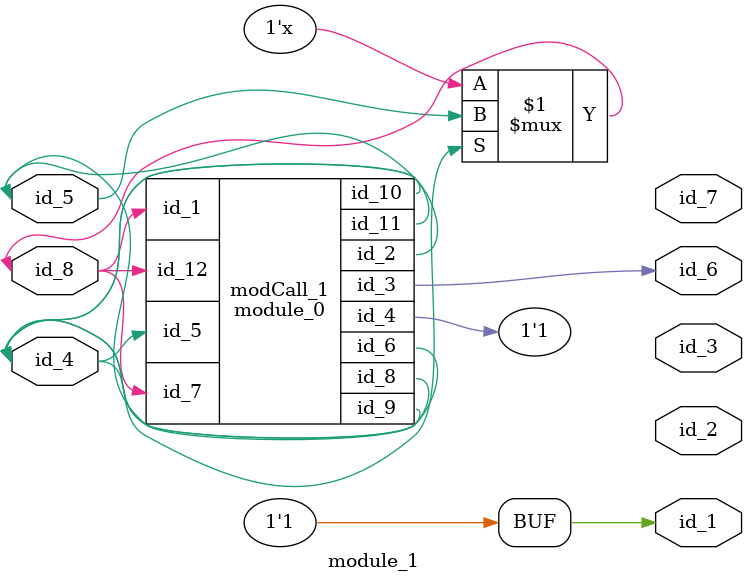
<source format=v>
module module_0 (
    id_1,
    id_2,
    id_3,
    id_4,
    id_5,
    id_6,
    id_7,
    id_8,
    id_9,
    id_10,
    id_11,
    id_12
);
  input wire id_12;
  inout wire id_11;
  inout wire id_10;
  output wire id_9;
  inout wire id_8;
  input wire id_7;
  inout wire id_6;
  input wire id_5;
  output wire id_4;
  output wire id_3;
  inout wire id_2;
  input wire id_1;
endmodule
module module_1 (
    id_1,
    id_2,
    id_3,
    id_4,
    id_5,
    id_6,
    id_7,
    id_8
);
  inout wire id_8;
  output wire id_7;
  output wire id_6;
  inout wire id_5;
  inout wire id_4;
  output wire id_3;
  output wire id_2;
  output wire id_1;
  assign id_1 = -1;
  bufif1 primCall (id_8, id_5, id_4);
  module_0 modCall_1 (
      id_8,
      id_5,
      id_6,
      id_1,
      id_4,
      id_5,
      id_8,
      id_4,
      id_4,
      id_4,
      id_4,
      id_8
  );
endmodule

</source>
